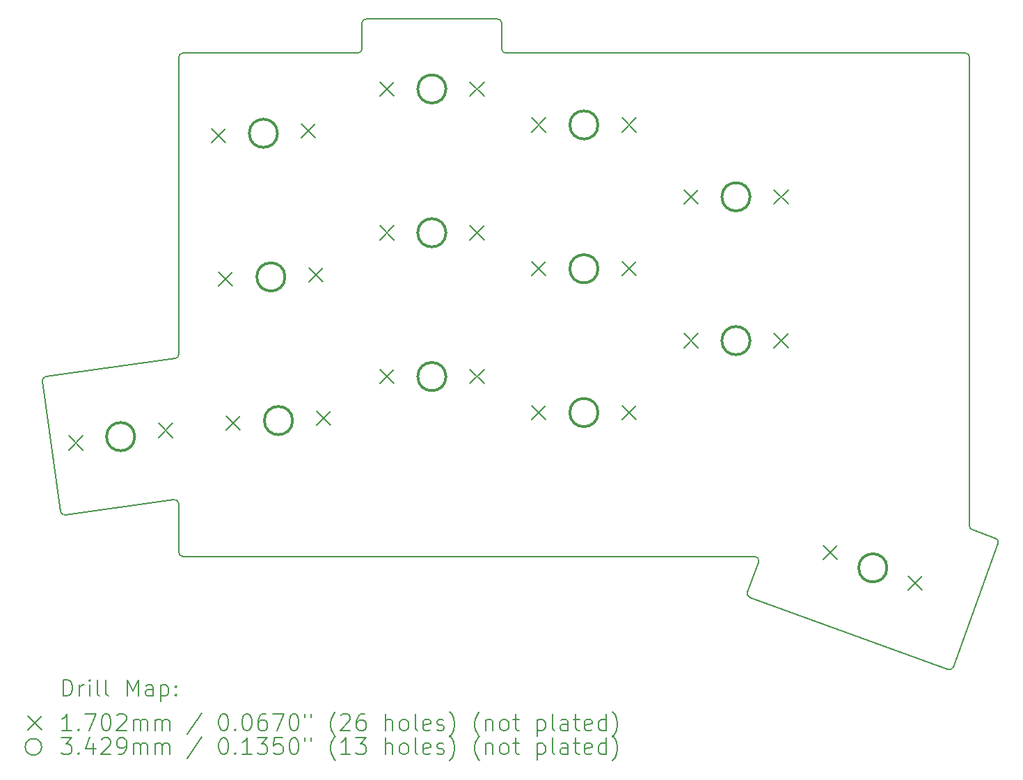
<source format=gbr>
%TF.GenerationSoftware,KiCad,Pcbnew,8.0.5*%
%TF.CreationDate,2024-09-22T11:05:00+10:00*%
%TF.ProjectId,pueo,7075656f-2e6b-4696-9361-645f70636258,0.1*%
%TF.SameCoordinates,Original*%
%TF.FileFunction,Drillmap*%
%TF.FilePolarity,Positive*%
%FSLAX45Y45*%
G04 Gerber Fmt 4.5, Leading zero omitted, Abs format (unit mm)*
G04 Created by KiCad (PCBNEW 8.0.5) date 2024-09-22 11:05:00*
%MOMM*%
%LPD*%
G01*
G04 APERTURE LIST*
%ADD10C,0.150000*%
%ADD11C,0.200000*%
%ADD12C,0.170180*%
%ADD13C,0.342900*%
G04 APERTURE END LIST*
D10*
X10748792Y-9678551D02*
G75*
G02*
X10805747Y-9728064I6968J-49499D01*
G01*
X9424256Y-9864702D02*
G75*
G02*
X9367785Y-9822147I-6966J49502D01*
G01*
X14734500Y-4193641D02*
X14734501Y-3881141D01*
X13034501Y-3881141D02*
X13034500Y-4193640D01*
X20458650Y-10044184D02*
G75*
G02*
X20425754Y-9997200I17090J46974D01*
G01*
X12984500Y-4243640D02*
X10855750Y-4243641D01*
X20425751Y-9997200D02*
X20425751Y-4293641D01*
X17754943Y-10869218D02*
G75*
G02*
X17725065Y-10805134I17117J46988D01*
G01*
X10805751Y-4293641D02*
X10805751Y-7910374D01*
X14684501Y-3831141D02*
G75*
G02*
X14734499Y-3881141I-1J-49999D01*
G01*
X9145106Y-8237718D02*
X9367783Y-9822147D01*
X10805751Y-7910374D02*
G75*
G02*
X10762710Y-7959893I-50011J4D01*
G01*
X9145106Y-8237718D02*
G75*
G02*
X9187662Y-8181255I49504J6958D01*
G01*
X10805751Y-4293641D02*
G75*
G02*
X10855750Y-4243641I49999J1D01*
G01*
X17859506Y-10435742D02*
X17725060Y-10805132D01*
X17812522Y-10368641D02*
G75*
G02*
X17859504Y-10435741I-2J-50000D01*
G01*
X10805751Y-9728064D02*
X10805750Y-10318641D01*
X20375750Y-4243640D02*
X14784500Y-4243641D01*
X13034500Y-4193640D02*
G75*
G02*
X12984500Y-4243641I-50001J0D01*
G01*
X20226709Y-11715657D02*
X20773941Y-10212150D01*
X13034501Y-3881141D02*
G75*
G02*
X13084500Y-3831141I49999J1D01*
G01*
X10855750Y-10368641D02*
X17812522Y-10368641D01*
X10855750Y-10368641D02*
G75*
G02*
X10805749Y-10318641I-10J49991D01*
G01*
X20744058Y-10148064D02*
G75*
G02*
X20773940Y-10212149I-17108J-46986D01*
G01*
X20744058Y-10148064D02*
X20458650Y-10044184D01*
X9187661Y-8181246D02*
X10762709Y-7959887D01*
X9424256Y-9864702D02*
X10748792Y-9678551D01*
X14684501Y-3831141D02*
X13084500Y-3831141D01*
X17754943Y-10869218D02*
X20162624Y-11745541D01*
X20226709Y-11715657D02*
G75*
G02*
X20162626Y-11745537I-46979J17097D01*
G01*
X20375750Y-4243641D02*
G75*
G02*
X20425750Y-4293640I-10J-50010D01*
G01*
X14784500Y-4243641D02*
G75*
G02*
X14734499Y-4193641I-11J49991D01*
G01*
D11*
D12*
X9468436Y-8903091D02*
X9638616Y-9073271D01*
X9638616Y-8903091D02*
X9468436Y-9073271D01*
X10557729Y-8750001D02*
X10727909Y-8920181D01*
X10727909Y-8750001D02*
X10557729Y-8920181D01*
X11200552Y-5164450D02*
X11370732Y-5334630D01*
X11370732Y-5164450D02*
X11200552Y-5334630D01*
X11292140Y-6912052D02*
X11462320Y-7082232D01*
X11462320Y-6912052D02*
X11292140Y-7082232D01*
X11383728Y-8659654D02*
X11553908Y-8829834D01*
X11553908Y-8659654D02*
X11383728Y-8829834D01*
X12299044Y-5106881D02*
X12469224Y-5277061D01*
X12469224Y-5106881D02*
X12299044Y-5277061D01*
X12390632Y-6854482D02*
X12560812Y-7024662D01*
X12560812Y-6854482D02*
X12390632Y-7024662D01*
X12482220Y-8602084D02*
X12652400Y-8772264D01*
X12652400Y-8602084D02*
X12482220Y-8772264D01*
X13249410Y-6346051D02*
X13419590Y-6516231D01*
X13419590Y-6346051D02*
X13249410Y-6516231D01*
X13249410Y-4596051D02*
X13419590Y-4766231D01*
X13419590Y-4596051D02*
X13249410Y-4766231D01*
X13249411Y-8096050D02*
X13419591Y-8266230D01*
X13419591Y-8096050D02*
X13249411Y-8266230D01*
X14349410Y-6346051D02*
X14519590Y-6516231D01*
X14519590Y-6346051D02*
X14349410Y-6516231D01*
X14349410Y-4596051D02*
X14519590Y-4766231D01*
X14519590Y-4596051D02*
X14349410Y-4766231D01*
X14349411Y-8096050D02*
X14519591Y-8266230D01*
X14519591Y-8096050D02*
X14349411Y-8266230D01*
X15099410Y-6783551D02*
X15269590Y-6953731D01*
X15269590Y-6783551D02*
X15099410Y-6953731D01*
X15099410Y-8533550D02*
X15269590Y-8703730D01*
X15269590Y-8533550D02*
X15099410Y-8703730D01*
X15099411Y-5033551D02*
X15269591Y-5203731D01*
X15269591Y-5033551D02*
X15099411Y-5203731D01*
X16199410Y-6783551D02*
X16369590Y-6953731D01*
X16369590Y-6783551D02*
X16199410Y-6953731D01*
X16199410Y-8533550D02*
X16369590Y-8703730D01*
X16369590Y-8533550D02*
X16199410Y-8703730D01*
X16199411Y-5033551D02*
X16369591Y-5203731D01*
X16369591Y-5033551D02*
X16199411Y-5203731D01*
X16949410Y-5908551D02*
X17119590Y-6078731D01*
X17119590Y-5908551D02*
X16949410Y-6078731D01*
X16949411Y-7658550D02*
X17119591Y-7828730D01*
X17119591Y-7658550D02*
X16949411Y-7828730D01*
X18049410Y-5908551D02*
X18219590Y-6078731D01*
X18219590Y-5908551D02*
X18049410Y-6078731D01*
X18049411Y-7658550D02*
X18219591Y-7828730D01*
X18219591Y-7658550D02*
X18049411Y-7828730D01*
X18647580Y-10235440D02*
X18817760Y-10405620D01*
X18817760Y-10235440D02*
X18647580Y-10405620D01*
X19681241Y-10611662D02*
X19851421Y-10781842D01*
X19851421Y-10611662D02*
X19681241Y-10781842D01*
D13*
X10269622Y-8911636D02*
G75*
G02*
X9926722Y-8911636I-171450J0D01*
G01*
X9926722Y-8911636D02*
G75*
G02*
X10269622Y-8911636I171450J0D01*
G01*
X12006338Y-5220755D02*
G75*
G02*
X11663438Y-5220755I-171450J0D01*
G01*
X11663438Y-5220755D02*
G75*
G02*
X12006338Y-5220755I171450J0D01*
G01*
X12097926Y-6968357D02*
G75*
G02*
X11755026Y-6968357I-171450J0D01*
G01*
X11755026Y-6968357D02*
G75*
G02*
X12097926Y-6968357I171450J0D01*
G01*
X12189514Y-8715959D02*
G75*
G02*
X11846614Y-8715959I-171450J0D01*
G01*
X11846614Y-8715959D02*
G75*
G02*
X12189514Y-8715959I171450J0D01*
G01*
X14055950Y-6431141D02*
G75*
G02*
X13713050Y-6431141I-171450J0D01*
G01*
X13713050Y-6431141D02*
G75*
G02*
X14055950Y-6431141I171450J0D01*
G01*
X14055950Y-4681141D02*
G75*
G02*
X13713050Y-4681141I-171450J0D01*
G01*
X13713050Y-4681141D02*
G75*
G02*
X14055950Y-4681141I171450J0D01*
G01*
X14055951Y-8181140D02*
G75*
G02*
X13713051Y-8181140I-171450J0D01*
G01*
X13713051Y-8181140D02*
G75*
G02*
X14055951Y-8181140I171450J0D01*
G01*
X15905950Y-6868641D02*
G75*
G02*
X15563050Y-6868641I-171450J0D01*
G01*
X15563050Y-6868641D02*
G75*
G02*
X15905950Y-6868641I171450J0D01*
G01*
X15905950Y-8618640D02*
G75*
G02*
X15563050Y-8618640I-171450J0D01*
G01*
X15563050Y-8618640D02*
G75*
G02*
X15905950Y-8618640I171450J0D01*
G01*
X15905951Y-5118641D02*
G75*
G02*
X15563051Y-5118641I-171450J0D01*
G01*
X15563051Y-5118641D02*
G75*
G02*
X15905951Y-5118641I171450J0D01*
G01*
X17755950Y-5993641D02*
G75*
G02*
X17413050Y-5993641I-171450J0D01*
G01*
X17413050Y-5993641D02*
G75*
G02*
X17755950Y-5993641I171450J0D01*
G01*
X17755951Y-7743640D02*
G75*
G02*
X17413051Y-7743640I-171450J0D01*
G01*
X17413051Y-7743640D02*
G75*
G02*
X17755951Y-7743640I171450J0D01*
G01*
X19420950Y-10508641D02*
G75*
G02*
X19078050Y-10508641I-171450J0D01*
G01*
X19078050Y-10508641D02*
G75*
G02*
X19420950Y-10508641I171450J0D01*
G01*
D11*
X9397896Y-12067538D02*
X9397896Y-11867538D01*
X9397896Y-11867538D02*
X9445515Y-11867538D01*
X9445515Y-11867538D02*
X9474087Y-11877061D01*
X9474087Y-11877061D02*
X9493135Y-11896109D01*
X9493135Y-11896109D02*
X9502658Y-11915157D01*
X9502658Y-11915157D02*
X9512182Y-11953252D01*
X9512182Y-11953252D02*
X9512182Y-11981823D01*
X9512182Y-11981823D02*
X9502658Y-12019919D01*
X9502658Y-12019919D02*
X9493135Y-12038966D01*
X9493135Y-12038966D02*
X9474087Y-12058014D01*
X9474087Y-12058014D02*
X9445515Y-12067538D01*
X9445515Y-12067538D02*
X9397896Y-12067538D01*
X9597896Y-12067538D02*
X9597896Y-11934204D01*
X9597896Y-11972300D02*
X9607420Y-11953252D01*
X9607420Y-11953252D02*
X9616944Y-11943728D01*
X9616944Y-11943728D02*
X9635992Y-11934204D01*
X9635992Y-11934204D02*
X9655039Y-11934204D01*
X9721706Y-12067538D02*
X9721706Y-11934204D01*
X9721706Y-11867538D02*
X9712182Y-11877061D01*
X9712182Y-11877061D02*
X9721706Y-11886585D01*
X9721706Y-11886585D02*
X9731230Y-11877061D01*
X9731230Y-11877061D02*
X9721706Y-11867538D01*
X9721706Y-11867538D02*
X9721706Y-11886585D01*
X9845515Y-12067538D02*
X9826468Y-12058014D01*
X9826468Y-12058014D02*
X9816944Y-12038966D01*
X9816944Y-12038966D02*
X9816944Y-11867538D01*
X9950277Y-12067538D02*
X9931230Y-12058014D01*
X9931230Y-12058014D02*
X9921706Y-12038966D01*
X9921706Y-12038966D02*
X9921706Y-11867538D01*
X10178849Y-12067538D02*
X10178849Y-11867538D01*
X10178849Y-11867538D02*
X10245516Y-12010395D01*
X10245516Y-12010395D02*
X10312182Y-11867538D01*
X10312182Y-11867538D02*
X10312182Y-12067538D01*
X10493135Y-12067538D02*
X10493135Y-11962776D01*
X10493135Y-11962776D02*
X10483611Y-11943728D01*
X10483611Y-11943728D02*
X10464563Y-11934204D01*
X10464563Y-11934204D02*
X10426468Y-11934204D01*
X10426468Y-11934204D02*
X10407420Y-11943728D01*
X10493135Y-12058014D02*
X10474087Y-12067538D01*
X10474087Y-12067538D02*
X10426468Y-12067538D01*
X10426468Y-12067538D02*
X10407420Y-12058014D01*
X10407420Y-12058014D02*
X10397896Y-12038966D01*
X10397896Y-12038966D02*
X10397896Y-12019919D01*
X10397896Y-12019919D02*
X10407420Y-12000871D01*
X10407420Y-12000871D02*
X10426468Y-11991347D01*
X10426468Y-11991347D02*
X10474087Y-11991347D01*
X10474087Y-11991347D02*
X10493135Y-11981823D01*
X10588373Y-11934204D02*
X10588373Y-12134204D01*
X10588373Y-11943728D02*
X10607420Y-11934204D01*
X10607420Y-11934204D02*
X10645516Y-11934204D01*
X10645516Y-11934204D02*
X10664563Y-11943728D01*
X10664563Y-11943728D02*
X10674087Y-11953252D01*
X10674087Y-11953252D02*
X10683611Y-11972300D01*
X10683611Y-11972300D02*
X10683611Y-12029442D01*
X10683611Y-12029442D02*
X10674087Y-12048490D01*
X10674087Y-12048490D02*
X10664563Y-12058014D01*
X10664563Y-12058014D02*
X10645516Y-12067538D01*
X10645516Y-12067538D02*
X10607420Y-12067538D01*
X10607420Y-12067538D02*
X10588373Y-12058014D01*
X10769325Y-12048490D02*
X10778849Y-12058014D01*
X10778849Y-12058014D02*
X10769325Y-12067538D01*
X10769325Y-12067538D02*
X10759801Y-12058014D01*
X10759801Y-12058014D02*
X10769325Y-12048490D01*
X10769325Y-12048490D02*
X10769325Y-12067538D01*
X10769325Y-11943728D02*
X10778849Y-11953252D01*
X10778849Y-11953252D02*
X10769325Y-11962776D01*
X10769325Y-11962776D02*
X10759801Y-11953252D01*
X10759801Y-11953252D02*
X10769325Y-11943728D01*
X10769325Y-11943728D02*
X10769325Y-11962776D01*
D12*
X8966940Y-12310964D02*
X9137120Y-12481144D01*
X9137120Y-12310964D02*
X8966940Y-12481144D01*
D11*
X9502658Y-12487538D02*
X9388373Y-12487538D01*
X9445515Y-12487538D02*
X9445515Y-12287538D01*
X9445515Y-12287538D02*
X9426468Y-12316109D01*
X9426468Y-12316109D02*
X9407420Y-12335157D01*
X9407420Y-12335157D02*
X9388373Y-12344680D01*
X9588373Y-12468490D02*
X9597896Y-12478014D01*
X9597896Y-12478014D02*
X9588373Y-12487538D01*
X9588373Y-12487538D02*
X9578849Y-12478014D01*
X9578849Y-12478014D02*
X9588373Y-12468490D01*
X9588373Y-12468490D02*
X9588373Y-12487538D01*
X9664563Y-12287538D02*
X9797896Y-12287538D01*
X9797896Y-12287538D02*
X9712182Y-12487538D01*
X9912182Y-12287538D02*
X9931230Y-12287538D01*
X9931230Y-12287538D02*
X9950277Y-12297061D01*
X9950277Y-12297061D02*
X9959801Y-12306585D01*
X9959801Y-12306585D02*
X9969325Y-12325633D01*
X9969325Y-12325633D02*
X9978849Y-12363728D01*
X9978849Y-12363728D02*
X9978849Y-12411347D01*
X9978849Y-12411347D02*
X9969325Y-12449442D01*
X9969325Y-12449442D02*
X9959801Y-12468490D01*
X9959801Y-12468490D02*
X9950277Y-12478014D01*
X9950277Y-12478014D02*
X9931230Y-12487538D01*
X9931230Y-12487538D02*
X9912182Y-12487538D01*
X9912182Y-12487538D02*
X9893135Y-12478014D01*
X9893135Y-12478014D02*
X9883611Y-12468490D01*
X9883611Y-12468490D02*
X9874087Y-12449442D01*
X9874087Y-12449442D02*
X9864563Y-12411347D01*
X9864563Y-12411347D02*
X9864563Y-12363728D01*
X9864563Y-12363728D02*
X9874087Y-12325633D01*
X9874087Y-12325633D02*
X9883611Y-12306585D01*
X9883611Y-12306585D02*
X9893135Y-12297061D01*
X9893135Y-12297061D02*
X9912182Y-12287538D01*
X10055039Y-12306585D02*
X10064563Y-12297061D01*
X10064563Y-12297061D02*
X10083611Y-12287538D01*
X10083611Y-12287538D02*
X10131230Y-12287538D01*
X10131230Y-12287538D02*
X10150277Y-12297061D01*
X10150277Y-12297061D02*
X10159801Y-12306585D01*
X10159801Y-12306585D02*
X10169325Y-12325633D01*
X10169325Y-12325633D02*
X10169325Y-12344680D01*
X10169325Y-12344680D02*
X10159801Y-12373252D01*
X10159801Y-12373252D02*
X10045516Y-12487538D01*
X10045516Y-12487538D02*
X10169325Y-12487538D01*
X10255039Y-12487538D02*
X10255039Y-12354204D01*
X10255039Y-12373252D02*
X10264563Y-12363728D01*
X10264563Y-12363728D02*
X10283611Y-12354204D01*
X10283611Y-12354204D02*
X10312182Y-12354204D01*
X10312182Y-12354204D02*
X10331230Y-12363728D01*
X10331230Y-12363728D02*
X10340754Y-12382776D01*
X10340754Y-12382776D02*
X10340754Y-12487538D01*
X10340754Y-12382776D02*
X10350277Y-12363728D01*
X10350277Y-12363728D02*
X10369325Y-12354204D01*
X10369325Y-12354204D02*
X10397896Y-12354204D01*
X10397896Y-12354204D02*
X10416944Y-12363728D01*
X10416944Y-12363728D02*
X10426468Y-12382776D01*
X10426468Y-12382776D02*
X10426468Y-12487538D01*
X10521706Y-12487538D02*
X10521706Y-12354204D01*
X10521706Y-12373252D02*
X10531230Y-12363728D01*
X10531230Y-12363728D02*
X10550277Y-12354204D01*
X10550277Y-12354204D02*
X10578849Y-12354204D01*
X10578849Y-12354204D02*
X10597897Y-12363728D01*
X10597897Y-12363728D02*
X10607420Y-12382776D01*
X10607420Y-12382776D02*
X10607420Y-12487538D01*
X10607420Y-12382776D02*
X10616944Y-12363728D01*
X10616944Y-12363728D02*
X10635992Y-12354204D01*
X10635992Y-12354204D02*
X10664563Y-12354204D01*
X10664563Y-12354204D02*
X10683611Y-12363728D01*
X10683611Y-12363728D02*
X10693135Y-12382776D01*
X10693135Y-12382776D02*
X10693135Y-12487538D01*
X11083611Y-12278014D02*
X10912182Y-12535157D01*
X11340754Y-12287538D02*
X11359801Y-12287538D01*
X11359801Y-12287538D02*
X11378849Y-12297061D01*
X11378849Y-12297061D02*
X11388373Y-12306585D01*
X11388373Y-12306585D02*
X11397897Y-12325633D01*
X11397897Y-12325633D02*
X11407420Y-12363728D01*
X11407420Y-12363728D02*
X11407420Y-12411347D01*
X11407420Y-12411347D02*
X11397897Y-12449442D01*
X11397897Y-12449442D02*
X11388373Y-12468490D01*
X11388373Y-12468490D02*
X11378849Y-12478014D01*
X11378849Y-12478014D02*
X11359801Y-12487538D01*
X11359801Y-12487538D02*
X11340754Y-12487538D01*
X11340754Y-12487538D02*
X11321706Y-12478014D01*
X11321706Y-12478014D02*
X11312182Y-12468490D01*
X11312182Y-12468490D02*
X11302658Y-12449442D01*
X11302658Y-12449442D02*
X11293135Y-12411347D01*
X11293135Y-12411347D02*
X11293135Y-12363728D01*
X11293135Y-12363728D02*
X11302658Y-12325633D01*
X11302658Y-12325633D02*
X11312182Y-12306585D01*
X11312182Y-12306585D02*
X11321706Y-12297061D01*
X11321706Y-12297061D02*
X11340754Y-12287538D01*
X11493135Y-12468490D02*
X11502658Y-12478014D01*
X11502658Y-12478014D02*
X11493135Y-12487538D01*
X11493135Y-12487538D02*
X11483611Y-12478014D01*
X11483611Y-12478014D02*
X11493135Y-12468490D01*
X11493135Y-12468490D02*
X11493135Y-12487538D01*
X11626468Y-12287538D02*
X11645516Y-12287538D01*
X11645516Y-12287538D02*
X11664563Y-12297061D01*
X11664563Y-12297061D02*
X11674087Y-12306585D01*
X11674087Y-12306585D02*
X11683611Y-12325633D01*
X11683611Y-12325633D02*
X11693135Y-12363728D01*
X11693135Y-12363728D02*
X11693135Y-12411347D01*
X11693135Y-12411347D02*
X11683611Y-12449442D01*
X11683611Y-12449442D02*
X11674087Y-12468490D01*
X11674087Y-12468490D02*
X11664563Y-12478014D01*
X11664563Y-12478014D02*
X11645516Y-12487538D01*
X11645516Y-12487538D02*
X11626468Y-12487538D01*
X11626468Y-12487538D02*
X11607420Y-12478014D01*
X11607420Y-12478014D02*
X11597897Y-12468490D01*
X11597897Y-12468490D02*
X11588373Y-12449442D01*
X11588373Y-12449442D02*
X11578849Y-12411347D01*
X11578849Y-12411347D02*
X11578849Y-12363728D01*
X11578849Y-12363728D02*
X11588373Y-12325633D01*
X11588373Y-12325633D02*
X11597897Y-12306585D01*
X11597897Y-12306585D02*
X11607420Y-12297061D01*
X11607420Y-12297061D02*
X11626468Y-12287538D01*
X11864563Y-12287538D02*
X11826468Y-12287538D01*
X11826468Y-12287538D02*
X11807420Y-12297061D01*
X11807420Y-12297061D02*
X11797897Y-12306585D01*
X11797897Y-12306585D02*
X11778849Y-12335157D01*
X11778849Y-12335157D02*
X11769325Y-12373252D01*
X11769325Y-12373252D02*
X11769325Y-12449442D01*
X11769325Y-12449442D02*
X11778849Y-12468490D01*
X11778849Y-12468490D02*
X11788373Y-12478014D01*
X11788373Y-12478014D02*
X11807420Y-12487538D01*
X11807420Y-12487538D02*
X11845516Y-12487538D01*
X11845516Y-12487538D02*
X11864563Y-12478014D01*
X11864563Y-12478014D02*
X11874087Y-12468490D01*
X11874087Y-12468490D02*
X11883611Y-12449442D01*
X11883611Y-12449442D02*
X11883611Y-12401823D01*
X11883611Y-12401823D02*
X11874087Y-12382776D01*
X11874087Y-12382776D02*
X11864563Y-12373252D01*
X11864563Y-12373252D02*
X11845516Y-12363728D01*
X11845516Y-12363728D02*
X11807420Y-12363728D01*
X11807420Y-12363728D02*
X11788373Y-12373252D01*
X11788373Y-12373252D02*
X11778849Y-12382776D01*
X11778849Y-12382776D02*
X11769325Y-12401823D01*
X11950278Y-12287538D02*
X12083611Y-12287538D01*
X12083611Y-12287538D02*
X11997897Y-12487538D01*
X12197897Y-12287538D02*
X12216944Y-12287538D01*
X12216944Y-12287538D02*
X12235992Y-12297061D01*
X12235992Y-12297061D02*
X12245516Y-12306585D01*
X12245516Y-12306585D02*
X12255039Y-12325633D01*
X12255039Y-12325633D02*
X12264563Y-12363728D01*
X12264563Y-12363728D02*
X12264563Y-12411347D01*
X12264563Y-12411347D02*
X12255039Y-12449442D01*
X12255039Y-12449442D02*
X12245516Y-12468490D01*
X12245516Y-12468490D02*
X12235992Y-12478014D01*
X12235992Y-12478014D02*
X12216944Y-12487538D01*
X12216944Y-12487538D02*
X12197897Y-12487538D01*
X12197897Y-12487538D02*
X12178849Y-12478014D01*
X12178849Y-12478014D02*
X12169325Y-12468490D01*
X12169325Y-12468490D02*
X12159801Y-12449442D01*
X12159801Y-12449442D02*
X12150278Y-12411347D01*
X12150278Y-12411347D02*
X12150278Y-12363728D01*
X12150278Y-12363728D02*
X12159801Y-12325633D01*
X12159801Y-12325633D02*
X12169325Y-12306585D01*
X12169325Y-12306585D02*
X12178849Y-12297061D01*
X12178849Y-12297061D02*
X12197897Y-12287538D01*
X12340754Y-12287538D02*
X12340754Y-12325633D01*
X12416944Y-12287538D02*
X12416944Y-12325633D01*
X12712182Y-12563728D02*
X12702659Y-12554204D01*
X12702659Y-12554204D02*
X12683611Y-12525633D01*
X12683611Y-12525633D02*
X12674087Y-12506585D01*
X12674087Y-12506585D02*
X12664563Y-12478014D01*
X12664563Y-12478014D02*
X12655040Y-12430395D01*
X12655040Y-12430395D02*
X12655040Y-12392300D01*
X12655040Y-12392300D02*
X12664563Y-12344680D01*
X12664563Y-12344680D02*
X12674087Y-12316109D01*
X12674087Y-12316109D02*
X12683611Y-12297061D01*
X12683611Y-12297061D02*
X12702659Y-12268490D01*
X12702659Y-12268490D02*
X12712182Y-12258966D01*
X12778849Y-12306585D02*
X12788373Y-12297061D01*
X12788373Y-12297061D02*
X12807420Y-12287538D01*
X12807420Y-12287538D02*
X12855040Y-12287538D01*
X12855040Y-12287538D02*
X12874087Y-12297061D01*
X12874087Y-12297061D02*
X12883611Y-12306585D01*
X12883611Y-12306585D02*
X12893135Y-12325633D01*
X12893135Y-12325633D02*
X12893135Y-12344680D01*
X12893135Y-12344680D02*
X12883611Y-12373252D01*
X12883611Y-12373252D02*
X12769325Y-12487538D01*
X12769325Y-12487538D02*
X12893135Y-12487538D01*
X13064563Y-12287538D02*
X13026468Y-12287538D01*
X13026468Y-12287538D02*
X13007420Y-12297061D01*
X13007420Y-12297061D02*
X12997897Y-12306585D01*
X12997897Y-12306585D02*
X12978849Y-12335157D01*
X12978849Y-12335157D02*
X12969325Y-12373252D01*
X12969325Y-12373252D02*
X12969325Y-12449442D01*
X12969325Y-12449442D02*
X12978849Y-12468490D01*
X12978849Y-12468490D02*
X12988373Y-12478014D01*
X12988373Y-12478014D02*
X13007420Y-12487538D01*
X13007420Y-12487538D02*
X13045516Y-12487538D01*
X13045516Y-12487538D02*
X13064563Y-12478014D01*
X13064563Y-12478014D02*
X13074087Y-12468490D01*
X13074087Y-12468490D02*
X13083611Y-12449442D01*
X13083611Y-12449442D02*
X13083611Y-12401823D01*
X13083611Y-12401823D02*
X13074087Y-12382776D01*
X13074087Y-12382776D02*
X13064563Y-12373252D01*
X13064563Y-12373252D02*
X13045516Y-12363728D01*
X13045516Y-12363728D02*
X13007420Y-12363728D01*
X13007420Y-12363728D02*
X12988373Y-12373252D01*
X12988373Y-12373252D02*
X12978849Y-12382776D01*
X12978849Y-12382776D02*
X12969325Y-12401823D01*
X13321706Y-12487538D02*
X13321706Y-12287538D01*
X13407421Y-12487538D02*
X13407421Y-12382776D01*
X13407421Y-12382776D02*
X13397897Y-12363728D01*
X13397897Y-12363728D02*
X13378849Y-12354204D01*
X13378849Y-12354204D02*
X13350278Y-12354204D01*
X13350278Y-12354204D02*
X13331230Y-12363728D01*
X13331230Y-12363728D02*
X13321706Y-12373252D01*
X13531230Y-12487538D02*
X13512182Y-12478014D01*
X13512182Y-12478014D02*
X13502659Y-12468490D01*
X13502659Y-12468490D02*
X13493135Y-12449442D01*
X13493135Y-12449442D02*
X13493135Y-12392300D01*
X13493135Y-12392300D02*
X13502659Y-12373252D01*
X13502659Y-12373252D02*
X13512182Y-12363728D01*
X13512182Y-12363728D02*
X13531230Y-12354204D01*
X13531230Y-12354204D02*
X13559802Y-12354204D01*
X13559802Y-12354204D02*
X13578849Y-12363728D01*
X13578849Y-12363728D02*
X13588373Y-12373252D01*
X13588373Y-12373252D02*
X13597897Y-12392300D01*
X13597897Y-12392300D02*
X13597897Y-12449442D01*
X13597897Y-12449442D02*
X13588373Y-12468490D01*
X13588373Y-12468490D02*
X13578849Y-12478014D01*
X13578849Y-12478014D02*
X13559802Y-12487538D01*
X13559802Y-12487538D02*
X13531230Y-12487538D01*
X13712182Y-12487538D02*
X13693135Y-12478014D01*
X13693135Y-12478014D02*
X13683611Y-12458966D01*
X13683611Y-12458966D02*
X13683611Y-12287538D01*
X13864563Y-12478014D02*
X13845516Y-12487538D01*
X13845516Y-12487538D02*
X13807421Y-12487538D01*
X13807421Y-12487538D02*
X13788373Y-12478014D01*
X13788373Y-12478014D02*
X13778849Y-12458966D01*
X13778849Y-12458966D02*
X13778849Y-12382776D01*
X13778849Y-12382776D02*
X13788373Y-12363728D01*
X13788373Y-12363728D02*
X13807421Y-12354204D01*
X13807421Y-12354204D02*
X13845516Y-12354204D01*
X13845516Y-12354204D02*
X13864563Y-12363728D01*
X13864563Y-12363728D02*
X13874087Y-12382776D01*
X13874087Y-12382776D02*
X13874087Y-12401823D01*
X13874087Y-12401823D02*
X13778849Y-12420871D01*
X13950278Y-12478014D02*
X13969325Y-12487538D01*
X13969325Y-12487538D02*
X14007421Y-12487538D01*
X14007421Y-12487538D02*
X14026468Y-12478014D01*
X14026468Y-12478014D02*
X14035992Y-12458966D01*
X14035992Y-12458966D02*
X14035992Y-12449442D01*
X14035992Y-12449442D02*
X14026468Y-12430395D01*
X14026468Y-12430395D02*
X14007421Y-12420871D01*
X14007421Y-12420871D02*
X13978849Y-12420871D01*
X13978849Y-12420871D02*
X13959802Y-12411347D01*
X13959802Y-12411347D02*
X13950278Y-12392300D01*
X13950278Y-12392300D02*
X13950278Y-12382776D01*
X13950278Y-12382776D02*
X13959802Y-12363728D01*
X13959802Y-12363728D02*
X13978849Y-12354204D01*
X13978849Y-12354204D02*
X14007421Y-12354204D01*
X14007421Y-12354204D02*
X14026468Y-12363728D01*
X14102659Y-12563728D02*
X14112183Y-12554204D01*
X14112183Y-12554204D02*
X14131230Y-12525633D01*
X14131230Y-12525633D02*
X14140754Y-12506585D01*
X14140754Y-12506585D02*
X14150278Y-12478014D01*
X14150278Y-12478014D02*
X14159802Y-12430395D01*
X14159802Y-12430395D02*
X14159802Y-12392300D01*
X14159802Y-12392300D02*
X14150278Y-12344680D01*
X14150278Y-12344680D02*
X14140754Y-12316109D01*
X14140754Y-12316109D02*
X14131230Y-12297061D01*
X14131230Y-12297061D02*
X14112183Y-12268490D01*
X14112183Y-12268490D02*
X14102659Y-12258966D01*
X14464564Y-12563728D02*
X14455040Y-12554204D01*
X14455040Y-12554204D02*
X14435992Y-12525633D01*
X14435992Y-12525633D02*
X14426468Y-12506585D01*
X14426468Y-12506585D02*
X14416944Y-12478014D01*
X14416944Y-12478014D02*
X14407421Y-12430395D01*
X14407421Y-12430395D02*
X14407421Y-12392300D01*
X14407421Y-12392300D02*
X14416944Y-12344680D01*
X14416944Y-12344680D02*
X14426468Y-12316109D01*
X14426468Y-12316109D02*
X14435992Y-12297061D01*
X14435992Y-12297061D02*
X14455040Y-12268490D01*
X14455040Y-12268490D02*
X14464564Y-12258966D01*
X14540754Y-12354204D02*
X14540754Y-12487538D01*
X14540754Y-12373252D02*
X14550278Y-12363728D01*
X14550278Y-12363728D02*
X14569325Y-12354204D01*
X14569325Y-12354204D02*
X14597897Y-12354204D01*
X14597897Y-12354204D02*
X14616944Y-12363728D01*
X14616944Y-12363728D02*
X14626468Y-12382776D01*
X14626468Y-12382776D02*
X14626468Y-12487538D01*
X14750278Y-12487538D02*
X14731230Y-12478014D01*
X14731230Y-12478014D02*
X14721706Y-12468490D01*
X14721706Y-12468490D02*
X14712183Y-12449442D01*
X14712183Y-12449442D02*
X14712183Y-12392300D01*
X14712183Y-12392300D02*
X14721706Y-12373252D01*
X14721706Y-12373252D02*
X14731230Y-12363728D01*
X14731230Y-12363728D02*
X14750278Y-12354204D01*
X14750278Y-12354204D02*
X14778849Y-12354204D01*
X14778849Y-12354204D02*
X14797897Y-12363728D01*
X14797897Y-12363728D02*
X14807421Y-12373252D01*
X14807421Y-12373252D02*
X14816944Y-12392300D01*
X14816944Y-12392300D02*
X14816944Y-12449442D01*
X14816944Y-12449442D02*
X14807421Y-12468490D01*
X14807421Y-12468490D02*
X14797897Y-12478014D01*
X14797897Y-12478014D02*
X14778849Y-12487538D01*
X14778849Y-12487538D02*
X14750278Y-12487538D01*
X14874087Y-12354204D02*
X14950278Y-12354204D01*
X14902659Y-12287538D02*
X14902659Y-12458966D01*
X14902659Y-12458966D02*
X14912183Y-12478014D01*
X14912183Y-12478014D02*
X14931230Y-12487538D01*
X14931230Y-12487538D02*
X14950278Y-12487538D01*
X15169325Y-12354204D02*
X15169325Y-12554204D01*
X15169325Y-12363728D02*
X15188373Y-12354204D01*
X15188373Y-12354204D02*
X15226468Y-12354204D01*
X15226468Y-12354204D02*
X15245516Y-12363728D01*
X15245516Y-12363728D02*
X15255040Y-12373252D01*
X15255040Y-12373252D02*
X15264564Y-12392300D01*
X15264564Y-12392300D02*
X15264564Y-12449442D01*
X15264564Y-12449442D02*
X15255040Y-12468490D01*
X15255040Y-12468490D02*
X15245516Y-12478014D01*
X15245516Y-12478014D02*
X15226468Y-12487538D01*
X15226468Y-12487538D02*
X15188373Y-12487538D01*
X15188373Y-12487538D02*
X15169325Y-12478014D01*
X15378849Y-12487538D02*
X15359802Y-12478014D01*
X15359802Y-12478014D02*
X15350278Y-12458966D01*
X15350278Y-12458966D02*
X15350278Y-12287538D01*
X15540754Y-12487538D02*
X15540754Y-12382776D01*
X15540754Y-12382776D02*
X15531230Y-12363728D01*
X15531230Y-12363728D02*
X15512183Y-12354204D01*
X15512183Y-12354204D02*
X15474087Y-12354204D01*
X15474087Y-12354204D02*
X15455040Y-12363728D01*
X15540754Y-12478014D02*
X15521706Y-12487538D01*
X15521706Y-12487538D02*
X15474087Y-12487538D01*
X15474087Y-12487538D02*
X15455040Y-12478014D01*
X15455040Y-12478014D02*
X15445516Y-12458966D01*
X15445516Y-12458966D02*
X15445516Y-12439919D01*
X15445516Y-12439919D02*
X15455040Y-12420871D01*
X15455040Y-12420871D02*
X15474087Y-12411347D01*
X15474087Y-12411347D02*
X15521706Y-12411347D01*
X15521706Y-12411347D02*
X15540754Y-12401823D01*
X15607421Y-12354204D02*
X15683611Y-12354204D01*
X15635992Y-12287538D02*
X15635992Y-12458966D01*
X15635992Y-12458966D02*
X15645516Y-12478014D01*
X15645516Y-12478014D02*
X15664564Y-12487538D01*
X15664564Y-12487538D02*
X15683611Y-12487538D01*
X15826468Y-12478014D02*
X15807421Y-12487538D01*
X15807421Y-12487538D02*
X15769325Y-12487538D01*
X15769325Y-12487538D02*
X15750278Y-12478014D01*
X15750278Y-12478014D02*
X15740754Y-12458966D01*
X15740754Y-12458966D02*
X15740754Y-12382776D01*
X15740754Y-12382776D02*
X15750278Y-12363728D01*
X15750278Y-12363728D02*
X15769325Y-12354204D01*
X15769325Y-12354204D02*
X15807421Y-12354204D01*
X15807421Y-12354204D02*
X15826468Y-12363728D01*
X15826468Y-12363728D02*
X15835992Y-12382776D01*
X15835992Y-12382776D02*
X15835992Y-12401823D01*
X15835992Y-12401823D02*
X15740754Y-12420871D01*
X16007421Y-12487538D02*
X16007421Y-12287538D01*
X16007421Y-12478014D02*
X15988373Y-12487538D01*
X15988373Y-12487538D02*
X15950278Y-12487538D01*
X15950278Y-12487538D02*
X15931230Y-12478014D01*
X15931230Y-12478014D02*
X15921706Y-12468490D01*
X15921706Y-12468490D02*
X15912183Y-12449442D01*
X15912183Y-12449442D02*
X15912183Y-12392300D01*
X15912183Y-12392300D02*
X15921706Y-12373252D01*
X15921706Y-12373252D02*
X15931230Y-12363728D01*
X15931230Y-12363728D02*
X15950278Y-12354204D01*
X15950278Y-12354204D02*
X15988373Y-12354204D01*
X15988373Y-12354204D02*
X16007421Y-12363728D01*
X16083611Y-12563728D02*
X16093135Y-12554204D01*
X16093135Y-12554204D02*
X16112183Y-12525633D01*
X16112183Y-12525633D02*
X16121706Y-12506585D01*
X16121706Y-12506585D02*
X16131230Y-12478014D01*
X16131230Y-12478014D02*
X16140754Y-12430395D01*
X16140754Y-12430395D02*
X16140754Y-12392300D01*
X16140754Y-12392300D02*
X16131230Y-12344680D01*
X16131230Y-12344680D02*
X16121706Y-12316109D01*
X16121706Y-12316109D02*
X16112183Y-12297061D01*
X16112183Y-12297061D02*
X16093135Y-12268490D01*
X16093135Y-12268490D02*
X16083611Y-12258966D01*
X9137120Y-12686234D02*
G75*
G02*
X8937120Y-12686234I-100000J0D01*
G01*
X8937120Y-12686234D02*
G75*
G02*
X9137120Y-12686234I100000J0D01*
G01*
X9378849Y-12577718D02*
X9502658Y-12577718D01*
X9502658Y-12577718D02*
X9435992Y-12653908D01*
X9435992Y-12653908D02*
X9464563Y-12653908D01*
X9464563Y-12653908D02*
X9483611Y-12663432D01*
X9483611Y-12663432D02*
X9493135Y-12672956D01*
X9493135Y-12672956D02*
X9502658Y-12692003D01*
X9502658Y-12692003D02*
X9502658Y-12739622D01*
X9502658Y-12739622D02*
X9493135Y-12758670D01*
X9493135Y-12758670D02*
X9483611Y-12768194D01*
X9483611Y-12768194D02*
X9464563Y-12777718D01*
X9464563Y-12777718D02*
X9407420Y-12777718D01*
X9407420Y-12777718D02*
X9388373Y-12768194D01*
X9388373Y-12768194D02*
X9378849Y-12758670D01*
X9588373Y-12758670D02*
X9597896Y-12768194D01*
X9597896Y-12768194D02*
X9588373Y-12777718D01*
X9588373Y-12777718D02*
X9578849Y-12768194D01*
X9578849Y-12768194D02*
X9588373Y-12758670D01*
X9588373Y-12758670D02*
X9588373Y-12777718D01*
X9769325Y-12644384D02*
X9769325Y-12777718D01*
X9721706Y-12568194D02*
X9674087Y-12711051D01*
X9674087Y-12711051D02*
X9797896Y-12711051D01*
X9864563Y-12596765D02*
X9874087Y-12587241D01*
X9874087Y-12587241D02*
X9893135Y-12577718D01*
X9893135Y-12577718D02*
X9940754Y-12577718D01*
X9940754Y-12577718D02*
X9959801Y-12587241D01*
X9959801Y-12587241D02*
X9969325Y-12596765D01*
X9969325Y-12596765D02*
X9978849Y-12615813D01*
X9978849Y-12615813D02*
X9978849Y-12634860D01*
X9978849Y-12634860D02*
X9969325Y-12663432D01*
X9969325Y-12663432D02*
X9855039Y-12777718D01*
X9855039Y-12777718D02*
X9978849Y-12777718D01*
X10074087Y-12777718D02*
X10112182Y-12777718D01*
X10112182Y-12777718D02*
X10131230Y-12768194D01*
X10131230Y-12768194D02*
X10140754Y-12758670D01*
X10140754Y-12758670D02*
X10159801Y-12730099D01*
X10159801Y-12730099D02*
X10169325Y-12692003D01*
X10169325Y-12692003D02*
X10169325Y-12615813D01*
X10169325Y-12615813D02*
X10159801Y-12596765D01*
X10159801Y-12596765D02*
X10150277Y-12587241D01*
X10150277Y-12587241D02*
X10131230Y-12577718D01*
X10131230Y-12577718D02*
X10093135Y-12577718D01*
X10093135Y-12577718D02*
X10074087Y-12587241D01*
X10074087Y-12587241D02*
X10064563Y-12596765D01*
X10064563Y-12596765D02*
X10055039Y-12615813D01*
X10055039Y-12615813D02*
X10055039Y-12663432D01*
X10055039Y-12663432D02*
X10064563Y-12682480D01*
X10064563Y-12682480D02*
X10074087Y-12692003D01*
X10074087Y-12692003D02*
X10093135Y-12701527D01*
X10093135Y-12701527D02*
X10131230Y-12701527D01*
X10131230Y-12701527D02*
X10150277Y-12692003D01*
X10150277Y-12692003D02*
X10159801Y-12682480D01*
X10159801Y-12682480D02*
X10169325Y-12663432D01*
X10255039Y-12777718D02*
X10255039Y-12644384D01*
X10255039Y-12663432D02*
X10264563Y-12653908D01*
X10264563Y-12653908D02*
X10283611Y-12644384D01*
X10283611Y-12644384D02*
X10312182Y-12644384D01*
X10312182Y-12644384D02*
X10331230Y-12653908D01*
X10331230Y-12653908D02*
X10340754Y-12672956D01*
X10340754Y-12672956D02*
X10340754Y-12777718D01*
X10340754Y-12672956D02*
X10350277Y-12653908D01*
X10350277Y-12653908D02*
X10369325Y-12644384D01*
X10369325Y-12644384D02*
X10397896Y-12644384D01*
X10397896Y-12644384D02*
X10416944Y-12653908D01*
X10416944Y-12653908D02*
X10426468Y-12672956D01*
X10426468Y-12672956D02*
X10426468Y-12777718D01*
X10521706Y-12777718D02*
X10521706Y-12644384D01*
X10521706Y-12663432D02*
X10531230Y-12653908D01*
X10531230Y-12653908D02*
X10550277Y-12644384D01*
X10550277Y-12644384D02*
X10578849Y-12644384D01*
X10578849Y-12644384D02*
X10597897Y-12653908D01*
X10597897Y-12653908D02*
X10607420Y-12672956D01*
X10607420Y-12672956D02*
X10607420Y-12777718D01*
X10607420Y-12672956D02*
X10616944Y-12653908D01*
X10616944Y-12653908D02*
X10635992Y-12644384D01*
X10635992Y-12644384D02*
X10664563Y-12644384D01*
X10664563Y-12644384D02*
X10683611Y-12653908D01*
X10683611Y-12653908D02*
X10693135Y-12672956D01*
X10693135Y-12672956D02*
X10693135Y-12777718D01*
X11083611Y-12568194D02*
X10912182Y-12825337D01*
X11340754Y-12577718D02*
X11359801Y-12577718D01*
X11359801Y-12577718D02*
X11378849Y-12587241D01*
X11378849Y-12587241D02*
X11388373Y-12596765D01*
X11388373Y-12596765D02*
X11397897Y-12615813D01*
X11397897Y-12615813D02*
X11407420Y-12653908D01*
X11407420Y-12653908D02*
X11407420Y-12701527D01*
X11407420Y-12701527D02*
X11397897Y-12739622D01*
X11397897Y-12739622D02*
X11388373Y-12758670D01*
X11388373Y-12758670D02*
X11378849Y-12768194D01*
X11378849Y-12768194D02*
X11359801Y-12777718D01*
X11359801Y-12777718D02*
X11340754Y-12777718D01*
X11340754Y-12777718D02*
X11321706Y-12768194D01*
X11321706Y-12768194D02*
X11312182Y-12758670D01*
X11312182Y-12758670D02*
X11302658Y-12739622D01*
X11302658Y-12739622D02*
X11293135Y-12701527D01*
X11293135Y-12701527D02*
X11293135Y-12653908D01*
X11293135Y-12653908D02*
X11302658Y-12615813D01*
X11302658Y-12615813D02*
X11312182Y-12596765D01*
X11312182Y-12596765D02*
X11321706Y-12587241D01*
X11321706Y-12587241D02*
X11340754Y-12577718D01*
X11493135Y-12758670D02*
X11502658Y-12768194D01*
X11502658Y-12768194D02*
X11493135Y-12777718D01*
X11493135Y-12777718D02*
X11483611Y-12768194D01*
X11483611Y-12768194D02*
X11493135Y-12758670D01*
X11493135Y-12758670D02*
X11493135Y-12777718D01*
X11693135Y-12777718D02*
X11578849Y-12777718D01*
X11635992Y-12777718D02*
X11635992Y-12577718D01*
X11635992Y-12577718D02*
X11616944Y-12606289D01*
X11616944Y-12606289D02*
X11597897Y-12625337D01*
X11597897Y-12625337D02*
X11578849Y-12634860D01*
X11759801Y-12577718D02*
X11883611Y-12577718D01*
X11883611Y-12577718D02*
X11816944Y-12653908D01*
X11816944Y-12653908D02*
X11845516Y-12653908D01*
X11845516Y-12653908D02*
X11864563Y-12663432D01*
X11864563Y-12663432D02*
X11874087Y-12672956D01*
X11874087Y-12672956D02*
X11883611Y-12692003D01*
X11883611Y-12692003D02*
X11883611Y-12739622D01*
X11883611Y-12739622D02*
X11874087Y-12758670D01*
X11874087Y-12758670D02*
X11864563Y-12768194D01*
X11864563Y-12768194D02*
X11845516Y-12777718D01*
X11845516Y-12777718D02*
X11788373Y-12777718D01*
X11788373Y-12777718D02*
X11769325Y-12768194D01*
X11769325Y-12768194D02*
X11759801Y-12758670D01*
X12064563Y-12577718D02*
X11969325Y-12577718D01*
X11969325Y-12577718D02*
X11959801Y-12672956D01*
X11959801Y-12672956D02*
X11969325Y-12663432D01*
X11969325Y-12663432D02*
X11988373Y-12653908D01*
X11988373Y-12653908D02*
X12035992Y-12653908D01*
X12035992Y-12653908D02*
X12055039Y-12663432D01*
X12055039Y-12663432D02*
X12064563Y-12672956D01*
X12064563Y-12672956D02*
X12074087Y-12692003D01*
X12074087Y-12692003D02*
X12074087Y-12739622D01*
X12074087Y-12739622D02*
X12064563Y-12758670D01*
X12064563Y-12758670D02*
X12055039Y-12768194D01*
X12055039Y-12768194D02*
X12035992Y-12777718D01*
X12035992Y-12777718D02*
X11988373Y-12777718D01*
X11988373Y-12777718D02*
X11969325Y-12768194D01*
X11969325Y-12768194D02*
X11959801Y-12758670D01*
X12197897Y-12577718D02*
X12216944Y-12577718D01*
X12216944Y-12577718D02*
X12235992Y-12587241D01*
X12235992Y-12587241D02*
X12245516Y-12596765D01*
X12245516Y-12596765D02*
X12255039Y-12615813D01*
X12255039Y-12615813D02*
X12264563Y-12653908D01*
X12264563Y-12653908D02*
X12264563Y-12701527D01*
X12264563Y-12701527D02*
X12255039Y-12739622D01*
X12255039Y-12739622D02*
X12245516Y-12758670D01*
X12245516Y-12758670D02*
X12235992Y-12768194D01*
X12235992Y-12768194D02*
X12216944Y-12777718D01*
X12216944Y-12777718D02*
X12197897Y-12777718D01*
X12197897Y-12777718D02*
X12178849Y-12768194D01*
X12178849Y-12768194D02*
X12169325Y-12758670D01*
X12169325Y-12758670D02*
X12159801Y-12739622D01*
X12159801Y-12739622D02*
X12150278Y-12701527D01*
X12150278Y-12701527D02*
X12150278Y-12653908D01*
X12150278Y-12653908D02*
X12159801Y-12615813D01*
X12159801Y-12615813D02*
X12169325Y-12596765D01*
X12169325Y-12596765D02*
X12178849Y-12587241D01*
X12178849Y-12587241D02*
X12197897Y-12577718D01*
X12340754Y-12577718D02*
X12340754Y-12615813D01*
X12416944Y-12577718D02*
X12416944Y-12615813D01*
X12712182Y-12853908D02*
X12702659Y-12844384D01*
X12702659Y-12844384D02*
X12683611Y-12815813D01*
X12683611Y-12815813D02*
X12674087Y-12796765D01*
X12674087Y-12796765D02*
X12664563Y-12768194D01*
X12664563Y-12768194D02*
X12655040Y-12720575D01*
X12655040Y-12720575D02*
X12655040Y-12682480D01*
X12655040Y-12682480D02*
X12664563Y-12634860D01*
X12664563Y-12634860D02*
X12674087Y-12606289D01*
X12674087Y-12606289D02*
X12683611Y-12587241D01*
X12683611Y-12587241D02*
X12702659Y-12558670D01*
X12702659Y-12558670D02*
X12712182Y-12549146D01*
X12893135Y-12777718D02*
X12778849Y-12777718D01*
X12835992Y-12777718D02*
X12835992Y-12577718D01*
X12835992Y-12577718D02*
X12816944Y-12606289D01*
X12816944Y-12606289D02*
X12797897Y-12625337D01*
X12797897Y-12625337D02*
X12778849Y-12634860D01*
X12959801Y-12577718D02*
X13083611Y-12577718D01*
X13083611Y-12577718D02*
X13016944Y-12653908D01*
X13016944Y-12653908D02*
X13045516Y-12653908D01*
X13045516Y-12653908D02*
X13064563Y-12663432D01*
X13064563Y-12663432D02*
X13074087Y-12672956D01*
X13074087Y-12672956D02*
X13083611Y-12692003D01*
X13083611Y-12692003D02*
X13083611Y-12739622D01*
X13083611Y-12739622D02*
X13074087Y-12758670D01*
X13074087Y-12758670D02*
X13064563Y-12768194D01*
X13064563Y-12768194D02*
X13045516Y-12777718D01*
X13045516Y-12777718D02*
X12988373Y-12777718D01*
X12988373Y-12777718D02*
X12969325Y-12768194D01*
X12969325Y-12768194D02*
X12959801Y-12758670D01*
X13321706Y-12777718D02*
X13321706Y-12577718D01*
X13407421Y-12777718D02*
X13407421Y-12672956D01*
X13407421Y-12672956D02*
X13397897Y-12653908D01*
X13397897Y-12653908D02*
X13378849Y-12644384D01*
X13378849Y-12644384D02*
X13350278Y-12644384D01*
X13350278Y-12644384D02*
X13331230Y-12653908D01*
X13331230Y-12653908D02*
X13321706Y-12663432D01*
X13531230Y-12777718D02*
X13512182Y-12768194D01*
X13512182Y-12768194D02*
X13502659Y-12758670D01*
X13502659Y-12758670D02*
X13493135Y-12739622D01*
X13493135Y-12739622D02*
X13493135Y-12682480D01*
X13493135Y-12682480D02*
X13502659Y-12663432D01*
X13502659Y-12663432D02*
X13512182Y-12653908D01*
X13512182Y-12653908D02*
X13531230Y-12644384D01*
X13531230Y-12644384D02*
X13559802Y-12644384D01*
X13559802Y-12644384D02*
X13578849Y-12653908D01*
X13578849Y-12653908D02*
X13588373Y-12663432D01*
X13588373Y-12663432D02*
X13597897Y-12682480D01*
X13597897Y-12682480D02*
X13597897Y-12739622D01*
X13597897Y-12739622D02*
X13588373Y-12758670D01*
X13588373Y-12758670D02*
X13578849Y-12768194D01*
X13578849Y-12768194D02*
X13559802Y-12777718D01*
X13559802Y-12777718D02*
X13531230Y-12777718D01*
X13712182Y-12777718D02*
X13693135Y-12768194D01*
X13693135Y-12768194D02*
X13683611Y-12749146D01*
X13683611Y-12749146D02*
X13683611Y-12577718D01*
X13864563Y-12768194D02*
X13845516Y-12777718D01*
X13845516Y-12777718D02*
X13807421Y-12777718D01*
X13807421Y-12777718D02*
X13788373Y-12768194D01*
X13788373Y-12768194D02*
X13778849Y-12749146D01*
X13778849Y-12749146D02*
X13778849Y-12672956D01*
X13778849Y-12672956D02*
X13788373Y-12653908D01*
X13788373Y-12653908D02*
X13807421Y-12644384D01*
X13807421Y-12644384D02*
X13845516Y-12644384D01*
X13845516Y-12644384D02*
X13864563Y-12653908D01*
X13864563Y-12653908D02*
X13874087Y-12672956D01*
X13874087Y-12672956D02*
X13874087Y-12692003D01*
X13874087Y-12692003D02*
X13778849Y-12711051D01*
X13950278Y-12768194D02*
X13969325Y-12777718D01*
X13969325Y-12777718D02*
X14007421Y-12777718D01*
X14007421Y-12777718D02*
X14026468Y-12768194D01*
X14026468Y-12768194D02*
X14035992Y-12749146D01*
X14035992Y-12749146D02*
X14035992Y-12739622D01*
X14035992Y-12739622D02*
X14026468Y-12720575D01*
X14026468Y-12720575D02*
X14007421Y-12711051D01*
X14007421Y-12711051D02*
X13978849Y-12711051D01*
X13978849Y-12711051D02*
X13959802Y-12701527D01*
X13959802Y-12701527D02*
X13950278Y-12682480D01*
X13950278Y-12682480D02*
X13950278Y-12672956D01*
X13950278Y-12672956D02*
X13959802Y-12653908D01*
X13959802Y-12653908D02*
X13978849Y-12644384D01*
X13978849Y-12644384D02*
X14007421Y-12644384D01*
X14007421Y-12644384D02*
X14026468Y-12653908D01*
X14102659Y-12853908D02*
X14112183Y-12844384D01*
X14112183Y-12844384D02*
X14131230Y-12815813D01*
X14131230Y-12815813D02*
X14140754Y-12796765D01*
X14140754Y-12796765D02*
X14150278Y-12768194D01*
X14150278Y-12768194D02*
X14159802Y-12720575D01*
X14159802Y-12720575D02*
X14159802Y-12682480D01*
X14159802Y-12682480D02*
X14150278Y-12634860D01*
X14150278Y-12634860D02*
X14140754Y-12606289D01*
X14140754Y-12606289D02*
X14131230Y-12587241D01*
X14131230Y-12587241D02*
X14112183Y-12558670D01*
X14112183Y-12558670D02*
X14102659Y-12549146D01*
X14464564Y-12853908D02*
X14455040Y-12844384D01*
X14455040Y-12844384D02*
X14435992Y-12815813D01*
X14435992Y-12815813D02*
X14426468Y-12796765D01*
X14426468Y-12796765D02*
X14416944Y-12768194D01*
X14416944Y-12768194D02*
X14407421Y-12720575D01*
X14407421Y-12720575D02*
X14407421Y-12682480D01*
X14407421Y-12682480D02*
X14416944Y-12634860D01*
X14416944Y-12634860D02*
X14426468Y-12606289D01*
X14426468Y-12606289D02*
X14435992Y-12587241D01*
X14435992Y-12587241D02*
X14455040Y-12558670D01*
X14455040Y-12558670D02*
X14464564Y-12549146D01*
X14540754Y-12644384D02*
X14540754Y-12777718D01*
X14540754Y-12663432D02*
X14550278Y-12653908D01*
X14550278Y-12653908D02*
X14569325Y-12644384D01*
X14569325Y-12644384D02*
X14597897Y-12644384D01*
X14597897Y-12644384D02*
X14616944Y-12653908D01*
X14616944Y-12653908D02*
X14626468Y-12672956D01*
X14626468Y-12672956D02*
X14626468Y-12777718D01*
X14750278Y-12777718D02*
X14731230Y-12768194D01*
X14731230Y-12768194D02*
X14721706Y-12758670D01*
X14721706Y-12758670D02*
X14712183Y-12739622D01*
X14712183Y-12739622D02*
X14712183Y-12682480D01*
X14712183Y-12682480D02*
X14721706Y-12663432D01*
X14721706Y-12663432D02*
X14731230Y-12653908D01*
X14731230Y-12653908D02*
X14750278Y-12644384D01*
X14750278Y-12644384D02*
X14778849Y-12644384D01*
X14778849Y-12644384D02*
X14797897Y-12653908D01*
X14797897Y-12653908D02*
X14807421Y-12663432D01*
X14807421Y-12663432D02*
X14816944Y-12682480D01*
X14816944Y-12682480D02*
X14816944Y-12739622D01*
X14816944Y-12739622D02*
X14807421Y-12758670D01*
X14807421Y-12758670D02*
X14797897Y-12768194D01*
X14797897Y-12768194D02*
X14778849Y-12777718D01*
X14778849Y-12777718D02*
X14750278Y-12777718D01*
X14874087Y-12644384D02*
X14950278Y-12644384D01*
X14902659Y-12577718D02*
X14902659Y-12749146D01*
X14902659Y-12749146D02*
X14912183Y-12768194D01*
X14912183Y-12768194D02*
X14931230Y-12777718D01*
X14931230Y-12777718D02*
X14950278Y-12777718D01*
X15169325Y-12644384D02*
X15169325Y-12844384D01*
X15169325Y-12653908D02*
X15188373Y-12644384D01*
X15188373Y-12644384D02*
X15226468Y-12644384D01*
X15226468Y-12644384D02*
X15245516Y-12653908D01*
X15245516Y-12653908D02*
X15255040Y-12663432D01*
X15255040Y-12663432D02*
X15264564Y-12682480D01*
X15264564Y-12682480D02*
X15264564Y-12739622D01*
X15264564Y-12739622D02*
X15255040Y-12758670D01*
X15255040Y-12758670D02*
X15245516Y-12768194D01*
X15245516Y-12768194D02*
X15226468Y-12777718D01*
X15226468Y-12777718D02*
X15188373Y-12777718D01*
X15188373Y-12777718D02*
X15169325Y-12768194D01*
X15378849Y-12777718D02*
X15359802Y-12768194D01*
X15359802Y-12768194D02*
X15350278Y-12749146D01*
X15350278Y-12749146D02*
X15350278Y-12577718D01*
X15540754Y-12777718D02*
X15540754Y-12672956D01*
X15540754Y-12672956D02*
X15531230Y-12653908D01*
X15531230Y-12653908D02*
X15512183Y-12644384D01*
X15512183Y-12644384D02*
X15474087Y-12644384D01*
X15474087Y-12644384D02*
X15455040Y-12653908D01*
X15540754Y-12768194D02*
X15521706Y-12777718D01*
X15521706Y-12777718D02*
X15474087Y-12777718D01*
X15474087Y-12777718D02*
X15455040Y-12768194D01*
X15455040Y-12768194D02*
X15445516Y-12749146D01*
X15445516Y-12749146D02*
X15445516Y-12730099D01*
X15445516Y-12730099D02*
X15455040Y-12711051D01*
X15455040Y-12711051D02*
X15474087Y-12701527D01*
X15474087Y-12701527D02*
X15521706Y-12701527D01*
X15521706Y-12701527D02*
X15540754Y-12692003D01*
X15607421Y-12644384D02*
X15683611Y-12644384D01*
X15635992Y-12577718D02*
X15635992Y-12749146D01*
X15635992Y-12749146D02*
X15645516Y-12768194D01*
X15645516Y-12768194D02*
X15664564Y-12777718D01*
X15664564Y-12777718D02*
X15683611Y-12777718D01*
X15826468Y-12768194D02*
X15807421Y-12777718D01*
X15807421Y-12777718D02*
X15769325Y-12777718D01*
X15769325Y-12777718D02*
X15750278Y-12768194D01*
X15750278Y-12768194D02*
X15740754Y-12749146D01*
X15740754Y-12749146D02*
X15740754Y-12672956D01*
X15740754Y-12672956D02*
X15750278Y-12653908D01*
X15750278Y-12653908D02*
X15769325Y-12644384D01*
X15769325Y-12644384D02*
X15807421Y-12644384D01*
X15807421Y-12644384D02*
X15826468Y-12653908D01*
X15826468Y-12653908D02*
X15835992Y-12672956D01*
X15835992Y-12672956D02*
X15835992Y-12692003D01*
X15835992Y-12692003D02*
X15740754Y-12711051D01*
X16007421Y-12777718D02*
X16007421Y-12577718D01*
X16007421Y-12768194D02*
X15988373Y-12777718D01*
X15988373Y-12777718D02*
X15950278Y-12777718D01*
X15950278Y-12777718D02*
X15931230Y-12768194D01*
X15931230Y-12768194D02*
X15921706Y-12758670D01*
X15921706Y-12758670D02*
X15912183Y-12739622D01*
X15912183Y-12739622D02*
X15912183Y-12682480D01*
X15912183Y-12682480D02*
X15921706Y-12663432D01*
X15921706Y-12663432D02*
X15931230Y-12653908D01*
X15931230Y-12653908D02*
X15950278Y-12644384D01*
X15950278Y-12644384D02*
X15988373Y-12644384D01*
X15988373Y-12644384D02*
X16007421Y-12653908D01*
X16083611Y-12853908D02*
X16093135Y-12844384D01*
X16093135Y-12844384D02*
X16112183Y-12815813D01*
X16112183Y-12815813D02*
X16121706Y-12796765D01*
X16121706Y-12796765D02*
X16131230Y-12768194D01*
X16131230Y-12768194D02*
X16140754Y-12720575D01*
X16140754Y-12720575D02*
X16140754Y-12682480D01*
X16140754Y-12682480D02*
X16131230Y-12634860D01*
X16131230Y-12634860D02*
X16121706Y-12606289D01*
X16121706Y-12606289D02*
X16112183Y-12587241D01*
X16112183Y-12587241D02*
X16093135Y-12558670D01*
X16093135Y-12558670D02*
X16083611Y-12549146D01*
M02*

</source>
